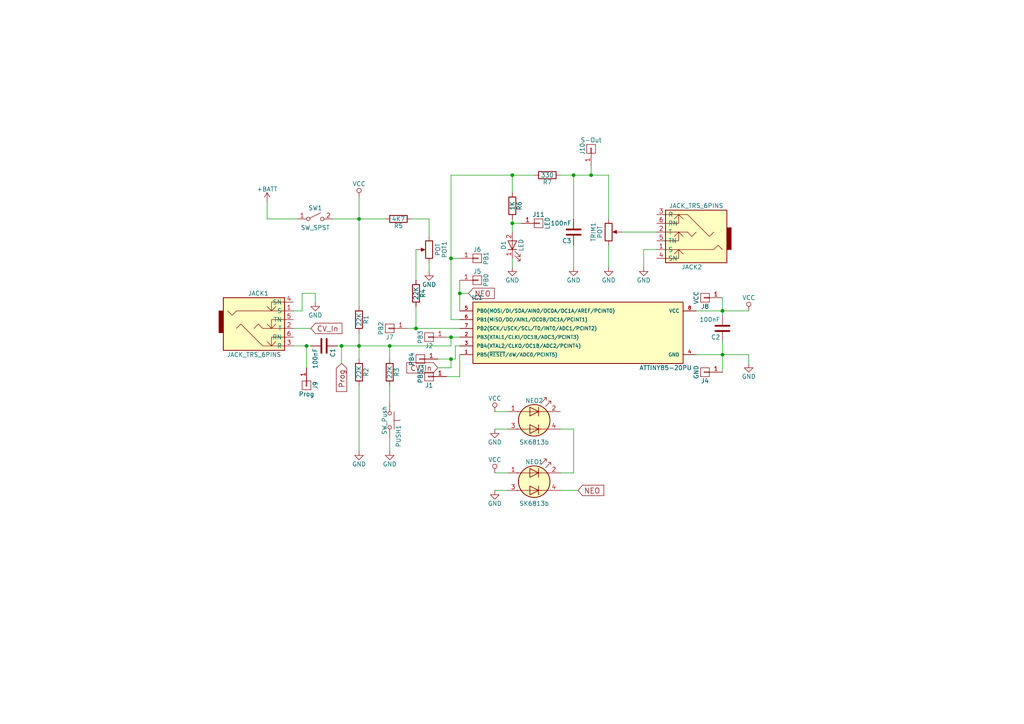
<source format=kicad_sch>
(kicad_sch (version 20230121) (generator eeschema)
  (paper "A4")
  (lib_symbols
    (symbol "Mixtape_Barebone-rescue:+BATT" (power) (pin_names (offset 0))
      (property "Value" "+BATT" (at 0 3.556 0))
      (symbol "+BATT_0_1"
        (polyline (pts (xy -0.762 1.27) (xy 0 2.54)))
        (polyline (pts (xy 0 0) (xy 0 2.54)))
        (polyline (pts (xy 0 2.54) (xy 0.762 1.27)))
      )
      (symbol "+BATT_1_1"
        (pin power_in line (at 0 0 90) (length 0) hide (name "+BATT") (number "1"))
      )
    )
    (symbol "Mixtape_Barebone-rescue:ATTINY85-20PU" (pin_names (offset 1.016))
      (property "Reference" "U" (at -29.21 10.16 0))
      (property "Value" "ATTINY85-20PU" (at 25.4 -10.16 0))
      (symbol "ATTINY85-20PU_0_1"
        (rectangle (start -30.48 8.89) (end 30.48 -8.89) (stroke (width 0.254)) (fill (type background)))
      )
      (symbol "ATTINY85-20PU_1_1"
        (pin bidirectional line (at -34.29 -6.35 0) (length 3.81) (name "PB5(~{RESET}/dW/ADC0/PCINT5)") (number "1"))
        (pin bidirectional line (at -34.29 -1.27 0) (length 3.81) (name "PB3(XTAL1/CLKI/OC1B/ADC3/PCINT3)") (number "2"))
        (pin bidirectional line (at -34.29 -3.81 0) (length 3.81) (name "PB4(XTAL2/CLKO/OC1B/ADC2/PCINT4)") (number "3"))
        (pin power_in line (at 34.29 -6.35 180) (length 3.81) (name "GND") (number "4"))
        (pin bidirectional line (at -34.29 6.35 0) (length 3.81) (name "PB0(MOSI/DI/SDA/AIN0/OC0A/OC1A/AREF/PCINT0)") (number "5"))
        (pin bidirectional line (at -34.29 3.81 0) (length 3.81) (name "PB1(MISO/DO/AIN1/OC0B/OC1A/PCINT1)") (number "6"))
        (pin bidirectional line (at -34.29 1.27 0) (length 3.81) (name "PB2(SCK/USCK/SCL/T0/INT0/ADC1/PCINT2)") (number "7"))
        (pin power_in line (at 34.29 6.35 180) (length 3.81) (name "VCC") (number "8"))
      )
    )
    (symbol "Mixtape_Barebone-rescue:C" (pin_numbers hide) (pin_names (offset 0.254))
      (property "Reference" "C" (at 0.635 2.54 0))
      (property "Value" "C" (at 0.635 -2.54 0))
      (symbol "C_0_1"
        (polyline (pts (xy -2.032 -0.762) (xy 2.032 -0.762)) (stroke (width 0.508)))
        (polyline (pts (xy -2.032 0.762) (xy 2.032 0.762)) (stroke (width 0.508)))
      )
      (symbol "C_1_1"
        (pin passive line (at 0 3.81 270) (length 2.794) (name "~") (number "1"))
        (pin passive line (at 0 -3.81 90) (length 2.794) (name "~") (number "2"))
      )
    )
    (symbol "Mixtape_Barebone-rescue:CONN_01X01" (pin_names (offset 1.016) hide)
      (property "Reference" "J" (at 0 2.54 0))
      (property "Value" "CONN_01X01" (at 2.54 0 90))
      (symbol "CONN_01X01_0_1"
        (rectangle (start -1.27 0.127) (end 0.254 -0.127))
        (rectangle (start -1.27 1.27) (end 1.27 -1.27))
      )
      (symbol "CONN_01X01_1_1"
        (pin passive line (at -5.08 0 0) (length 3.81) (name "P1") (number "1"))
      )
    )
    (symbol "Mixtape_Barebone-rescue:GND" (power) (pin_names (offset 0))
      (property "Value" "GND" (at 0 -3.81 0))
      (symbol "GND_0_1"
        (polyline (pts (xy 0 0) (xy 0 -1.27) (xy 1.27 -1.27) (xy 0 -2.54) (xy -1.27 -1.27) (xy 0 -1.27)))
      )
      (symbol "GND_1_1"
        (pin power_in line (at 0 0 270) (length 0) hide (name "GND") (number "1"))
      )
    )
    (symbol "Mixtape_Barebone-rescue:JACK_TRS_6PINS" (pin_names (offset 0.762))
      (property "Reference" "J" (at 0 10.16 0))
      (property "Value" "JACK_TRS_6PINS" (at -1.27 -7.62 0))
      (symbol "JACK_TRS_6PINS_0_0"
        (polyline (pts (xy 3.81 -5.08) (xy 3.81 -2.54) (xy 7.62 -2.54)))
        (polyline (pts (xy 3.81 0) (xy 3.81 2.54) (xy 7.62 2.54)))
        (polyline (pts (xy 3.81 5.08) (xy 3.81 7.62) (xy 7.62 7.62)))
        (polyline (pts (xy -8.89 5.08) (xy -7.62 3.81) (xy -6.35 5.08) (xy 7.62 5.08)))
        (polyline (pts (xy -6.35 0) (xy -5.08 1.27) (xy 1.27 -5.08) (xy 7.62 -5.08)))
      )
      (symbol "JACK_TRS_6PINS_0_1"
        (rectangle (start -11.43 5.08) (end -10.16 -1.27) (fill (type outline)))
        (polyline (pts (xy 1.27 0) (xy 7.62 0)))
        (polyline (pts (xy 1.27 0) (xy 0 1.27) (xy -1.27 0) (xy -1.27 0)))
        (polyline (pts (xy 2.54 -3.81) (xy 3.81 -5.08) (xy 5.08 -3.81) (xy 5.08 -3.81)))
        (polyline (pts (xy 2.54 1.27) (xy 3.81 0) (xy 5.08 1.27) (xy 5.08 1.27)))
        (polyline (pts (xy 2.54 6.35) (xy 3.81 5.08) (xy 5.08 6.35) (xy 5.08 6.35)))
        (rectangle (start 7.62 -6.35) (end -10.16 8.89) (stroke (width 0.254)) (fill (type background)))
      )
      (symbol "JACK_TRS_6PINS_1_1"
        (pin passive line (at 10.16 5.08 180) (length 2.54) (name "S") (number "1"))
        (pin passive line (at 10.16 0 180) (length 2.54) (name "T") (number "2"))
        (pin passive line (at 10.16 -5.08 180) (length 2.54) (name "R") (number "3"))
        (pin passive line (at 10.16 7.62 180) (length 2.54) (name "SN") (number "4"))
        (pin passive line (at 10.16 2.54 180) (length 2.54) (name "TN") (number "5"))
        (pin passive line (at 10.16 -2.54 180) (length 2.54) (name "RN") (number "6"))
      )
    )
    (symbol "Mixtape_Barebone-rescue:LED" (pin_names (offset 1.016) hide)
      (property "Reference" "D" (at 0 2.54 0))
      (property "Value" "LED" (at 0 -2.54 0))
      (symbol "LED_0_1"
        (polyline (pts (xy -1.27 -1.27) (xy -1.27 1.27)) (stroke (width 0.2032)))
        (polyline (pts (xy -1.27 0) (xy 1.27 0)))
        (polyline (pts (xy 1.27 -1.27) (xy 1.27 1.27) (xy -1.27 0) (xy 1.27 -1.27)) (stroke (width 0.2032)))
        (polyline (pts (xy -3.048 -0.762) (xy -4.572 -2.286) (xy -3.81 -2.286) (xy -4.572 -2.286) (xy -4.572 -1.524)))
        (polyline (pts (xy -1.778 -0.762) (xy -3.302 -2.286) (xy -2.54 -2.286) (xy -3.302 -2.286) (xy -3.302 -1.524)))
      )
      (symbol "LED_1_1"
        (pin passive line (at -3.81 0 0) (length 2.54) (name "K") (number "1"))
        (pin passive line (at 3.81 0 180) (length 2.54) (name "A") (number "2"))
      )
    )
    (symbol "Mixtape_Barebone-rescue:LED_Dual_ACAC" (pin_names (offset 0) hide)
      (property "Reference" "D" (at 0 5.715 0))
      (property "Value" "LED_Dual_ACAC" (at 0 -6.35 0))
      (symbol "LED_Dual_ACAC_0_1"
        (polyline (pts (xy -5.08 -2.54) (xy 2.032 -2.54)))
        (polyline (pts (xy -5.08 2.54) (xy 2.032 2.54)))
        (polyline (pts (xy 1.27 -1.27) (xy 1.27 -3.81)) (stroke (width 0.2032)))
        (polyline (pts (xy 1.27 3.81) (xy 1.27 1.27)) (stroke (width 0.2032)))
        (polyline (pts (xy 3.81 -2.54) (xy 1.905 -2.54)))
        (polyline (pts (xy 3.81 2.54) (xy 1.905 2.54)))
        (polyline (pts (xy -1.27 -1.27) (xy -1.27 -3.81) (xy 1.27 -2.54) (xy -1.27 -1.27)) (stroke (width 0.2032)))
        (polyline (pts (xy -1.27 3.81) (xy -1.27 1.27) (xy 1.27 2.54) (xy -1.27 3.81)) (stroke (width 0.2032)))
        (polyline (pts (xy 2.032 5.08) (xy 3.556 6.604) (xy 2.794 6.604) (xy 3.556 6.604) (xy 3.556 5.842)))
        (polyline (pts (xy 3.302 4.064) (xy 4.826 5.588) (xy 4.064 5.588) (xy 4.826 5.588) (xy 4.826 4.826)))
        (circle (center 0 0) (radius 4.572) (stroke (width 0.254)) (fill (type background)))
      )
      (symbol "LED_Dual_ACAC_1_1"
        (pin input line (at -7.62 2.54 0) (length 3.048) (name "A1") (number "1"))
        (pin input line (at 7.62 2.54 180) (length 3.81) (name "K1") (number "2"))
        (pin input line (at -7.62 -2.54 0) (length 3.048) (name "A2") (number "3"))
        (pin input line (at 7.62 -2.54 180) (length 3.81) (name "K2") (number "4"))
      )
    )
    (symbol "Mixtape_Barebone-rescue:POT" (pin_numbers hide) (pin_names (offset 1.016) hide)
      (property "Reference" "RV" (at -4.445 0 90))
      (property "Value" "POT" (at -2.54 0 90))
      (symbol "POT_0_1"
        (polyline (pts (xy 2.54 0) (xy 1.524 0)))
        (polyline (pts (xy 1.143 0) (xy 2.286 0.508) (xy 2.286 -0.508)) (fill (type outline)))
        (rectangle (start 1.016 2.54) (end -1.016 -2.54) (stroke (width 0.254)))
      )
      (symbol "POT_1_1"
        (pin passive line (at 0 3.81 270) (length 1.27) (name "1") (number "1"))
        (pin passive line (at 3.81 0 180) (length 1.27) (name "2") (number "2"))
        (pin passive line (at 0 -3.81 90) (length 1.27) (name "3") (number "3"))
      )
    )
    (symbol "Mixtape_Barebone-rescue:R" (pin_numbers hide) (pin_names (offset 0))
      (property "Reference" "R" (at 2.032 0 90))
      (property "Value" "R" (at 0 0 90))
      (symbol "R_0_1"
        (rectangle (start -1.016 -2.54) (end 1.016 2.54) (stroke (width 0.254)))
      )
      (symbol "R_1_1"
        (pin passive line (at 0 3.81 270) (length 1.27) (name "~") (number "1"))
        (pin passive line (at 0 -3.81 90) (length 1.27) (name "~") (number "2"))
      )
    )
    (symbol "Mixtape_Barebone-rescue:SW_Push" (pin_numbers hide) (pin_names (offset 1.016) hide)
      (property "Reference" "SW" (at 1.27 2.54 0))
      (property "Value" "SW_Push" (at 0 -1.524 0))
      (symbol "SW_Push_0_1"
        (circle (center -2.032 0) (radius 0.508))
        (polyline (pts (xy 0 1.27) (xy 0 3.048)))
        (polyline (pts (xy 2.54 1.27) (xy -2.54 1.27)))
        (circle (center 2.032 0) (radius 0.508))
        (pin passive line (at -5.08 0 0) (length 2.54) (name "1") (number "1"))
        (pin passive line (at 5.08 0 180) (length 2.54) (name "2") (number "2"))
      )
    )
    (symbol "Mixtape_Barebone-rescue:SW_SPST" (pin_names (offset 0) hide)
      (property "Reference" "SW" (at 0 3.175 0))
      (property "Value" "SW_SPST" (at 0 -2.54 0))
      (symbol "SW_SPST_0_0"
        (circle (center -2.032 0) (radius 0.508))
        (polyline (pts (xy -1.524 0.254) (xy 1.524 1.778)))
        (circle (center 2.032 0) (radius 0.508))
      )
      (symbol "SW_SPST_1_1"
        (pin input line (at -5.08 0 0) (length 2.54) (name "A") (number "1"))
        (pin input line (at 5.08 0 180) (length 2.54) (name "B") (number "2"))
      )
    )
    (symbol "Mixtape_Barebone-rescue:VCC" (power) (pin_names (offset 0))
      (property "Value" "VCC" (at 0 3.81 0))
      (symbol "VCC_0_1"
        (polyline (pts (xy 0 0) (xy 0 1.27)))
        (circle (center 0 1.905) (radius 0.635))
      )
      (symbol "VCC_1_1"
        (pin power_in line (at 0 0 90) (length 0) hide (name "VCC") (number "1"))
      )
    )
  )
  (junction (at 148.59 64.77))
  (junction (at 209.55 90.17))
  (junction (at 130.81 74.93))
  (junction (at 130.81 104.14))
  (junction (at 120.65 95.25))
  (junction (at 209.55 102.87))
  (junction (at 113.03 100.33))
  (junction (at 130.81 97.79))
  (junction (at 104.14 63.5))
  (junction (at 133.35 85.09))
  (junction (at 99.06 100.33))
  (junction (at 148.59 50.8))
  (junction (at 166.37 50.8))
  (junction (at 88.9 100.33))
  (junction (at 171.45 50.8))
  (junction (at 104.14 100.33))
  (wire (pts (xy 129.54 109.22) (xy 133.35 109.22)))
  (wire (pts (xy 124.46 63.5) (xy 124.46 68.58)))
  (wire (pts (xy 113.03 111.76) (xy 113.03 116.84)))
  (wire (pts (xy 176.53 50.8) (xy 176.53 63.5)))
  (wire (pts (xy 77.47 63.5) (xy 77.47 58.42)))
  (wire (pts (xy 113.03 100.33) (xy 113.03 104.14)))
  (wire (pts (xy 132.08 100.33) (xy 133.35 100.33)))
  (wire (pts (xy 104.14 100.33) (xy 104.14 104.14)))
  (wire (pts (xy 190.5 72.39) (xy 186.69 72.39)))
  (wire (pts (xy 130.81 104.14) (xy 132.08 104.14)))
  (wire (pts (xy 143.51 137.16) (xy 147.32 137.16)))
  (wire (pts (xy 133.35 109.22) (xy 133.35 102.87)))
  (wire (pts (xy 99.06 100.33) (xy 104.14 100.33)))
  (wire (pts (xy 133.35 92.71) (xy 130.81 92.71)))
  (wire (pts (xy 99.06 105.41) (xy 99.06 100.33)))
  (wire (pts (xy 96.52 63.5) (xy 104.14 63.5)))
  (wire (pts (xy 171.45 48.26) (xy 171.45 50.8)))
  (wire (pts (xy 104.14 100.33) (xy 113.03 100.33)))
  (wire (pts (xy 127 104.14) (xy 130.81 104.14)))
  (wire (pts (xy 171.45 50.8) (xy 176.53 50.8)))
  (wire (pts (xy 91.44 85.09) (xy 91.44 87.63)))
  (wire (pts (xy 209.55 90.17) (xy 209.55 91.44)))
  (wire (pts (xy 104.14 63.5) (xy 104.14 88.9)))
  (wire (pts (xy 201.93 90.17) (xy 209.55 90.17)))
  (wire (pts (xy 209.55 90.17) (xy 217.17 90.17)))
  (wire (pts (xy 130.81 92.71) (xy 130.81 74.93)))
  (wire (pts (xy 166.37 77.47) (xy 166.37 71.12)))
  (wire (pts (xy 85.09 95.25) (xy 90.17 95.25)))
  (wire (pts (xy 166.37 124.46) (xy 166.37 137.16)))
  (wire (pts (xy 124.46 76.2) (xy 124.46 78.74)))
  (wire (pts (xy 209.55 86.36) (xy 209.55 90.17)))
  (wire (pts (xy 186.69 72.39) (xy 186.69 77.47)))
  (wire (pts (xy 148.59 63.5) (xy 148.59 64.77)))
  (wire (pts (xy 120.65 95.25) (xy 133.35 95.25)))
  (wire (pts (xy 133.35 74.93) (xy 130.81 74.93)))
  (wire (pts (xy 133.35 85.09) (xy 133.35 90.17)))
  (wire (pts (xy 143.51 124.46) (xy 147.32 124.46)))
  (wire (pts (xy 85.09 90.17) (xy 87.63 90.17)))
  (wire (pts (xy 148.59 50.8) (xy 154.94 50.8)))
  (wire (pts (xy 87.63 85.09) (xy 91.44 85.09)))
  (wire (pts (xy 143.51 119.38) (xy 147.32 119.38)))
  (wire (pts (xy 88.9 106.68) (xy 88.9 100.33)))
  (wire (pts (xy 166.37 63.5) (xy 166.37 50.8)))
  (wire (pts (xy 104.14 57.15) (xy 104.14 63.5)))
  (wire (pts (xy 120.65 95.25) (xy 120.65 88.9)))
  (wire (pts (xy 135.89 85.09) (xy 133.35 85.09)))
  (wire (pts (xy 127 106.68) (xy 130.81 106.68)))
  (wire (pts (xy 113.03 127) (xy 113.03 130.81)))
  (wire (pts (xy 133.35 81.28) (xy 133.35 85.09)))
  (wire (pts (xy 130.81 100.33) (xy 130.81 97.79)))
  (wire (pts (xy 130.81 74.93) (xy 130.81 50.8)))
  (wire (pts (xy 148.59 74.93) (xy 148.59 77.47)))
  (wire (pts (xy 166.37 137.16) (xy 162.56 137.16)))
  (wire (pts (xy 130.81 106.68) (xy 130.81 104.14)))
  (wire (pts (xy 209.55 102.87) (xy 217.17 102.87)))
  (wire (pts (xy 201.93 102.87) (xy 209.55 102.87)))
  (wire (pts (xy 129.54 97.79) (xy 130.81 97.79)))
  (wire (pts (xy 120.65 72.39) (xy 120.65 81.28)))
  (wire (pts (xy 148.59 64.77) (xy 148.59 67.31)))
  (wire (pts (xy 166.37 50.8) (xy 171.45 50.8)))
  (wire (pts (xy 104.14 96.52) (xy 104.14 100.33)))
  (wire (pts (xy 130.81 97.79) (xy 133.35 97.79)))
  (wire (pts (xy 86.36 63.5) (xy 77.47 63.5)))
  (wire (pts (xy 162.56 124.46) (xy 166.37 124.46)))
  (wire (pts (xy 104.14 130.81) (xy 104.14 111.76)))
  (wire (pts (xy 104.14 63.5) (xy 111.76 63.5)))
  (wire (pts (xy 162.56 50.8) (xy 166.37 50.8)))
  (wire (pts (xy 176.53 71.12) (xy 176.53 77.47)))
  (wire (pts (xy 209.55 99.06) (xy 209.55 102.87)))
  (wire (pts (xy 151.13 64.77) (xy 148.59 64.77)))
  (wire (pts (xy 97.79 100.33) (xy 99.06 100.33)))
  (wire (pts (xy 190.5 67.31) (xy 180.34 67.31)))
  (wire (pts (xy 217.17 102.87) (xy 217.17 105.41)))
  (wire (pts (xy 132.08 104.14) (xy 132.08 100.33)))
  (wire (pts (xy 87.63 90.17) (xy 87.63 85.09)))
  (wire (pts (xy 119.38 63.5) (xy 124.46 63.5)))
  (wire (pts (xy 148.59 50.8) (xy 148.59 55.88)))
  (wire (pts (xy 167.64 142.24) (xy 162.56 142.24)))
  (wire (pts (xy 143.51 142.24) (xy 147.32 142.24)))
  (wire (pts (xy 118.11 95.25) (xy 120.65 95.25)))
  (wire (pts (xy 113.03 100.33) (xy 130.81 100.33)))
  (wire (pts (xy 88.9 100.33) (xy 90.17 100.33)))
  (wire (pts (xy 85.09 100.33) (xy 88.9 100.33)))
  (wire (pts (xy 130.81 50.8) (xy 148.59 50.8)))
  (wire (pts (xy 209.55 102.87) (xy 209.55 107.95)))
  (global_label "NEO" (shape input) (at 167.64 142.24 0) (effects (font (size 1.524 1.524))) (property "Intersheetrefs" "${INTERSHEET_REFS}" (effects hide)))
  (global_label "NEO" (shape input) (at 135.89 85.09 0) (effects (font (size 1.524 1.524))) (property "Intersheetrefs" "${INTERSHEET_REFS}" (effects hide)))
  (global_label "Prog" (shape input) (at 99.06 105.41 270) (effects (font (size 1.524 1.524))) (property "Intersheetrefs" "${INTERSHEET_REFS}" (effects hide)))
  (global_label "CV_In" (shape input) (at 127 106.68 180) (effects (font (size 1.524 1.524))) (property "Intersheetrefs" "${INTERSHEET_REFS}" (effects hide)))
  (global_label "CV_In" (shape input) (at 90.17 95.25 0) (effects (font (size 1.524 1.524))) (property "Intersheetrefs" "${INTERSHEET_REFS}" (effects hide)))
  (symbol (lib_id "Mixtape_Barebone-rescue:ATTINY85-20PU") (at 167.64 96.52 0) (unit 1)
    (property "Reference" "IC1" (at 138.43 86.36 0))
    (property "Value" "ATTINY85-20PU" (at 193.04 106.68 0))
    (property "Footprint" "8BitMixtape_mCore:Attiny_DIP-8_W7.62mm" (effects hide))
  )
  (symbol (lib_id "Mixtape_Barebone-rescue:R") (at 104.14 92.71 0) (unit 1)
    (property "Reference" "R1" (at 106.172 92.71 90))
    (property "Value" "22K" (at 104.14 92.71 90))
    (property "Footprint" "8BitMixtape_mCore:R_1206_Mixtape" (effects hide))
  )
  (symbol (lib_id "Mixtape_Barebone-rescue:JACK_TRS_6PINS") (at 74.93 95.25 0) (unit 1)
    (property "Reference" "JACK1" (at 74.93 85.09 0))
    (property "Value" "JACK_TRS_6PINS" (at 73.66 102.87 0))
    (property "Footprint" "8BitMixtape_mCore:AUDIO-JACK-3.5mm_SMD_noPrint" (effects hide))
  )
  (symbol (lib_id "Mixtape_Barebone-rescue:JACK_TRS_6PINS") (at 200.66 67.31 180) (unit 1)
    (property "Reference" "JACK2" (at 200.66 77.47 0))
    (property "Value" "JACK_TRS_6PINS" (at 201.93 59.69 0))
    (property "Footprint" "8BitMixtape_mCore:AUDIO-JACK-3.5mm_SMD_noPrint" (effects hide))
  )
  (symbol (lib_id "Mixtape_Barebone-rescue:C") (at 93.98 100.33 270) (unit 1)
    (property "Reference" "C1" (at 96.52 100.965 0) (effects (justify left)))
    (property "Value" "100nF" (at 91.44 100.965 0) (effects (justify left)))
    (property "Footprint" "8BitMixtape_mCore:C_1210_MixtapeStyle" (effects hide))
  )
  (symbol (lib_id "Mixtape_Barebone-rescue:R") (at 104.14 107.95 0) (unit 1)
    (property "Reference" "R2" (at 106.172 107.95 90))
    (property "Value" "22K" (at 104.14 107.95 90))
    (property "Footprint" "8BitMixtape_mCore:R_1206_Mixtape" (effects hide))
  )
  (symbol (lib_id "Mixtape_Barebone-rescue:R") (at 113.03 107.95 0) (unit 1)
    (property "Reference" "R3" (at 115.062 107.95 90))
    (property "Value" "22K" (at 113.03 107.95 90))
    (property "Footprint" "8BitMixtape_mCore:R_1206_Mixtape" (effects hide))
  )
  (symbol (lib_id "Mixtape_Barebone-rescue:C") (at 209.55 95.25 180) (unit 1)
    (property "Reference" "C2" (at 208.915 97.79 0) (effects (justify left)))
    (property "Value" "100nF" (at 208.915 92.71 0) (effects (justify left)))
    (property "Footprint" "8BitMixtape_mCore:C_1210_MixtapeStyle" (effects hide))
  )
  (symbol (lib_id "Mixtape_Barebone-rescue:SW_Push") (at 113.03 121.92 270) (unit 1)
    (property "Reference" "PUSH1" (at 115.57 123.19 0) (effects (justify left)))
    (property "Value" "SW_Push" (at 111.506 121.92 0))
    (property "Footprint" "8BitMixtape_DIY-CAD:TACTILE-PTH_6mm" (effects hide))
  )
  (symbol (lib_id "Mixtape_Barebone-rescue:SW_SPST") (at 91.44 63.5 0) (unit 1)
    (property "Reference" "SW1" (at 91.44 60.325 0))
    (property "Value" "SW_SPST" (at 91.44 66.04 0))
    (property "Footprint" "8BitMixtape_DIY-CAD:Push_SWITCH-Rect" (effects hide))
  )
  (symbol (lib_id "Mixtape_Barebone-rescue:GND") (at 91.44 87.63 0) (unit 1)
    (property "Reference" "#PWR01" (effects hide))
    (property "Value" "GND" (at 91.44 91.44 0))
  )
  (symbol (lib_id "Mixtape_Barebone-rescue:GND") (at 113.03 130.81 0) (unit 1)
    (property "Reference" "#PWR02" (effects hide))
    (property "Value" "GND" (at 113.03 134.62 0))
  )
  (symbol (lib_id "Mixtape_Barebone-rescue:GND") (at 104.14 130.81 0) (unit 1)
    (property "Reference" "#PWR03" (effects hide))
    (property "Value" "GND" (at 104.14 134.62 0))
  )
  (symbol (lib_id "Mixtape_Barebone-rescue:VCC") (at 217.17 90.17 0) (unit 1)
    (property "Reference" "#PWR04" (effects hide))
    (property "Value" "VCC" (at 217.17 86.36 0))
  )
  (symbol (lib_id "Mixtape_Barebone-rescue:GND") (at 217.17 105.41 0) (unit 1)
    (property "Reference" "#PWR05" (effects hide))
    (property "Value" "GND" (at 217.17 109.22 0))
  )
  (symbol (lib_id "Mixtape_Barebone-rescue:R") (at 120.65 85.09 0) (unit 1)
    (property "Reference" "R4" (at 122.682 85.09 90))
    (property "Value" "22K" (at 120.65 85.09 90))
    (property "Footprint" "8BitMixtape_mCore:R_1206_Mixtape" (effects hide))
  )
  (symbol (lib_id "Mixtape_Barebone-rescue:POT") (at 124.46 72.39 180) (unit 1)
    (property "Reference" "POT1" (at 128.905 72.39 90))
    (property "Value" "POT" (at 127 72.39 90))
    (property "Footprint" "8BitMixtape_DIY-CAD:Mixtape_Pot_Alps" (effects hide))
  )
  (symbol (lib_id "Mixtape_Barebone-rescue:R") (at 115.57 63.5 270) (unit 1)
    (property "Reference" "R5" (at 115.57 65.532 90))
    (property "Value" "4K7" (at 115.57 63.5 90))
    (property "Footprint" "8BitMixtape_mCore:R_1206_Mixtape" (effects hide))
  )
  (symbol (lib_id "Mixtape_Barebone-rescue:VCC") (at 104.14 57.15 0) (unit 1)
    (property "Reference" "#PWR06" (effects hide))
    (property "Value" "VCC" (at 104.14 53.34 0))
  )
  (symbol (lib_id "Mixtape_Barebone-rescue:GND") (at 124.46 78.74 0) (unit 1)
    (property "Reference" "#PWR07" (effects hide))
    (property "Value" "GND" (at 124.46 82.55 0))
  )
  (symbol (lib_id "Mixtape_Barebone-rescue:R") (at 148.59 59.69 0) (unit 1)
    (property "Reference" "R6" (at 150.622 59.69 90))
    (property "Value" "1K" (at 148.59 59.69 90))
    (property "Footprint" "8BitMixtape_mCore:R_1206_Mixtape" (effects hide))
  )
  (symbol (lib_id "Mixtape_Barebone-rescue:LED") (at 148.59 71.12 90) (unit 1)
    (property "Reference" "D1" (at 146.05 71.12 0))
    (property "Value" "LED" (at 151.13 71.12 0))
    (property "Footprint" "8BitMixtape_mCore:TOP_led_footprint" (effects hide))
  )
  (symbol (lib_id "Mixtape_Barebone-rescue:GND") (at 148.59 77.47 0) (unit 1)
    (property "Reference" "#PWR08" (effects hide))
    (property "Value" "GND" (at 148.59 81.28 0))
  )
  (symbol (lib_id "Mixtape_Barebone-rescue:POT") (at 176.53 67.31 0) (unit 1)
    (property "Reference" "TRIM1" (at 172.085 67.31 90))
    (property "Value" "POT" (at 173.99 67.31 90))
  )
  (symbol (lib_id "Mixtape_Barebone-rescue:R") (at 158.75 50.8 270) (unit 1)
    (property "Reference" "R7" (at 158.75 52.832 90))
    (property "Value" "330" (at 158.75 50.8 90))
    (property "Footprint" "8BitMixtape_mCore:R_1206_Mixtape" (effects hide))
  )
  (symbol (lib_id "Mixtape_Barebone-rescue:C") (at 166.37 67.31 180) (unit 1)
    (property "Reference" "C3" (at 165.735 69.85 0) (effects (justify left)))
    (property "Value" "100nF" (at 165.735 64.77 0) (effects (justify left)))
    (property "Footprint" "8BitMixtape_mCore:C_1210_MixtapeStyle" (effects hide))
  )
  (symbol (lib_id "Mixtape_Barebone-rescue:GND") (at 166.37 77.47 0) (unit 1)
    (property "Reference" "#PWR09" (effects hide))
    (property "Value" "GND" (at 166.37 81.28 0))
  )
  (symbol (lib_id "Mixtape_Barebone-rescue:GND") (at 186.69 77.47 0) (unit 1)
    (property "Reference" "#PWR010" (effects hide))
    (property "Value" "GND" (at 186.69 81.28 0))
  )
  (symbol (lib_id "Mixtape_Barebone-rescue:GND") (at 176.53 77.47 0) (unit 1)
    (property "Reference" "#PWR011" (effects hide))
    (property "Value" "GND" (at 176.53 81.28 0))
  )
  (symbol (lib_id "Mixtape_Barebone-rescue:+BATT") (at 77.47 58.42 0) (unit 1)
    (property "Reference" "#PWR012" (effects hide))
    (property "Value" "+BATT" (at 77.47 54.864 0))
  )
  (symbol (lib_id "Mixtape_Barebone-rescue:CONN_01X01") (at 138.43 74.93 0) (unit 1)
    (property "Reference" "J6" (at 138.43 72.39 0))
    (property "Value" "PB1" (at 140.97 74.93 90))
    (property "Footprint" "8BitMixtape_mCore:Loch_mixtape" (effects hide))
  )
  (symbol (lib_id "Mixtape_Barebone-rescue:CONN_01X01") (at 138.43 81.28 0) (unit 1)
    (property "Reference" "J5" (at 138.43 78.74 0))
    (property "Value" "PB0" (at 140.97 81.28 90))
    (property "Footprint" "8BitMixtape_mCore:Loch_mixtape" (effects hide))
  )
  (symbol (lib_id "Mixtape_Barebone-rescue:CONN_01X01") (at 113.03 95.25 180) (unit 1)
    (property "Reference" "J7" (at 113.03 97.79 0))
    (property "Value" "PB2" (at 110.49 95.25 90))
    (property "Footprint" "8BitMixtape_mCore:Loch_mixtape" (effects hide))
  )
  (symbol (lib_id "Mixtape_Barebone-rescue:CONN_01X01") (at 124.46 97.79 180) (unit 1)
    (property "Reference" "J2" (at 124.46 100.33 0))
    (property "Value" "PB3" (at 121.92 97.79 90))
    (property "Footprint" "8BitMixtape_mCore:Loch_mixtape" (effects hide))
  )
  (symbol (lib_id "Mixtape_Barebone-rescue:CONN_01X01") (at 121.92 104.14 180) (unit 1)
    (property "Reference" "J3" (at 121.92 106.68 0))
    (property "Value" "PB4" (at 119.38 104.14 90))
    (property "Footprint" "8BitMixtape_mCore:Loch_mixtape" (effects hide))
  )
  (symbol (lib_id "Mixtape_Barebone-rescue:CONN_01X01") (at 124.46 109.22 180) (unit 1)
    (property "Reference" "J1" (at 124.46 111.76 0))
    (property "Value" "PB5" (at 121.92 109.22 90))
    (property "Footprint" "8BitMixtape_mCore:Loch_mixtape" (effects hide))
  )
  (symbol (lib_id "Mixtape_Barebone-rescue:CONN_01X01") (at 204.47 107.95 180) (unit 1)
    (property "Reference" "J4" (at 204.47 110.49 0))
    (property "Value" "GND" (at 201.93 107.95 90))
    (property "Footprint" "8BitMixtape_mCore:Loch_mixtape" (effects hide))
  )
  (symbol (lib_id "Mixtape_Barebone-rescue:CONN_01X01") (at 204.47 86.36 180) (unit 1)
    (property "Reference" "J8" (at 204.47 88.9 0))
    (property "Value" "VCC" (at 201.93 86.36 90))
    (property "Footprint" "8BitMixtape_mCore:Loch_mixtape" (effects hide))
  )
  (symbol (lib_id "Mixtape_Barebone-rescue:CONN_01X01") (at 88.9 111.76 270) (unit 1)
    (property "Reference" "J9" (at 91.44 111.76 0))
    (property "Value" "Prog" (at 88.9 114.3 90))
    (property "Footprint" "8BitMixtape_mCore:Loch_mixtape" (effects hide))
  )
  (symbol (lib_id "Mixtape_Barebone-rescue:CONN_01X01") (at 171.45 43.18 90) (unit 1)
    (property "Reference" "J10" (at 168.91 43.18 0))
    (property "Value" "S-Out" (at 171.45 40.64 90))
    (property "Footprint" "8BitMixtape_mCore:Loch_mixtape" (effects hide))
  )
  (symbol (lib_id "Mixtape_Barebone-rescue:CONN_01X01") (at 156.21 64.77 0) (unit 1)
    (property "Reference" "J11" (at 156.21 62.23 0))
    (property "Value" "LED" (at 158.75 64.77 90))
    (property "Footprint" "8BitMixtape_mCore:Loch_mixtape" (effects hide))
  )
  (symbol (lib_id "Mixtape_Barebone-rescue:LED_Dual_ACAC") (at 154.94 121.92 0) (unit 1)
    (property "Reference" "NEO2" (at 154.94 116.205 0))
    (property "Value" "SK6813b" (at 154.94 128.27 0))
    (property "Footprint" "8BitMixtape_mCore:Mixtape_NEO_WS2812B" (effects hide))
  )
  (symbol (lib_id "Mixtape_Barebone-rescue:VCC") (at 143.51 119.38 0) (unit 1)
    (property "Reference" "#PWR014" (effects hide))
    (property "Value" "VCC" (at 143.51 115.57 0))
  )
  (symbol (lib_id "Mixtape_Barebone-rescue:GND") (at 143.51 124.46 0) (unit 1)
    (property "Reference" "#PWR013" (effects hide))
    (property "Value" "GND" (at 143.51 128.27 0))
  )
  (symbol (lib_id "Mixtape_Barebone-rescue:GND") (at 143.51 142.24 0) (unit 1)
    (property "Reference" "#PWR015" (effects hide))
    (property "Value" "GND" (at 143.51 146.05 0))
  )
  (symbol (lib_id "Mixtape_Barebone-rescue:VCC") (at 143.51 137.16 0) (unit 1)
    (property "Reference" "#PWR016" (effects hide))
    (property "Value" "VCC" (at 143.51 133.35 0))
  )
  (symbol (lib_id "Mixtape_Barebone-rescue:LED_Dual_ACAC") (at 154.94 139.7 0) (unit 1)
    (property "Reference" "NEO1" (at 154.94 133.985 0))
    (property "Value" "SK6813b" (at 154.94 146.05 0))
    (property "Footprint" "8BitMixtape_mCore:Mixtape_NEO_WS2812B" (effects hide))
  )
)
</source>
